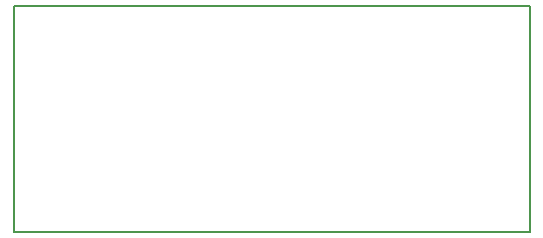
<source format=gbr>
G04 #@! TF.FileFunction,Drawing*
%FSLAX46Y46*%
G04 Gerber Fmt 4.6, Leading zero omitted, Abs format (unit mm)*
G04 Created by KiCad (PCBNEW 4.0.7-e2-6376~58~ubuntu14.04.1) date Mon Sep 18 21:36:43 2017*
%MOMM*%
%LPD*%
G01*
G04 APERTURE LIST*
%ADD10C,0.100000*%
%ADD11C,0.127000*%
G04 APERTURE END LIST*
D10*
D11*
X127375000Y-104800000D02*
X127375000Y-85700000D01*
X127375000Y-85700000D02*
X171075000Y-85700000D01*
X171075000Y-85700000D02*
X171075000Y-104800000D01*
X171075000Y-104800000D02*
X127375000Y-104800000D01*
M02*

</source>
